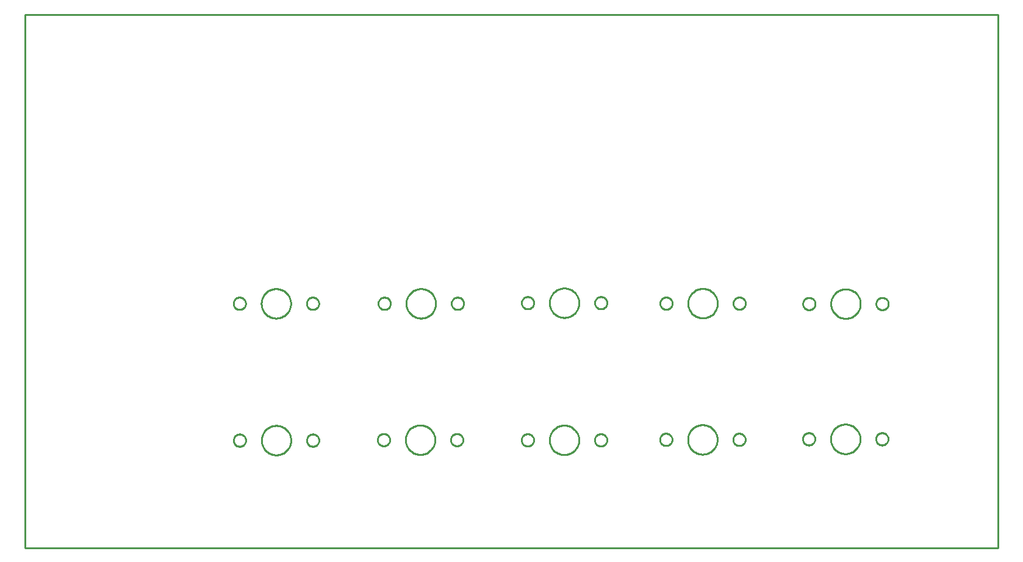
<source format=gbr>
G04 EAGLE Gerber RS-274X export*
G75*
%MOMM*%
%FSLAX34Y34*%
%LPD*%
%IN*%
%IPPOS*%
%AMOC8*
5,1,8,0,0,1.08239X$1,22.5*%
G01*
G04 Define Apertures*
%ADD10C,0.254000*%
D10*
X0Y0D02*
X1350000Y0D01*
X1350000Y740000D01*
X0Y740000D01*
X0Y0D01*
X368747Y148389D02*
X368672Y147156D01*
X368523Y145929D01*
X368301Y144714D01*
X368005Y143514D01*
X367637Y142334D01*
X367199Y141179D01*
X366692Y140052D01*
X366118Y138958D01*
X365479Y137900D01*
X364777Y136883D01*
X364015Y135911D01*
X363195Y134986D01*
X362321Y134112D01*
X361396Y133293D01*
X360424Y132530D01*
X359407Y131828D01*
X358349Y131189D01*
X357255Y130615D01*
X356128Y130108D01*
X354973Y129670D01*
X353793Y129302D01*
X352593Y129006D01*
X351378Y128784D01*
X350151Y128635D01*
X348918Y128560D01*
X347682Y128560D01*
X346449Y128635D01*
X345222Y128784D01*
X344007Y129006D01*
X342807Y129302D01*
X341627Y129670D01*
X340472Y130108D01*
X339345Y130615D01*
X338251Y131189D01*
X337193Y131828D01*
X336176Y132530D01*
X335204Y133293D01*
X334279Y134112D01*
X333405Y134986D01*
X332586Y135911D01*
X331823Y136883D01*
X331121Y137900D01*
X330482Y138958D01*
X329908Y140052D01*
X329401Y141179D01*
X328963Y142334D01*
X328595Y143514D01*
X328299Y144714D01*
X328077Y145929D01*
X327928Y147156D01*
X327853Y148389D01*
X327853Y149625D01*
X327928Y150858D01*
X328077Y152085D01*
X328299Y153300D01*
X328595Y154500D01*
X328963Y155680D01*
X329401Y156835D01*
X329908Y157962D01*
X330482Y159056D01*
X331121Y160114D01*
X331823Y161131D01*
X332586Y162103D01*
X333405Y163028D01*
X334279Y163902D01*
X335204Y164722D01*
X336176Y165484D01*
X337193Y166186D01*
X338251Y166825D01*
X339345Y167399D01*
X340472Y167906D01*
X341627Y168344D01*
X342807Y168712D01*
X344007Y169008D01*
X345222Y169230D01*
X346449Y169379D01*
X347682Y169454D01*
X348918Y169454D01*
X350151Y169379D01*
X351378Y169230D01*
X352593Y169008D01*
X353793Y168712D01*
X354973Y168344D01*
X356128Y167906D01*
X357255Y167399D01*
X358349Y166825D01*
X359407Y166186D01*
X360424Y165484D01*
X361396Y164722D01*
X362321Y163902D01*
X363195Y163028D01*
X364015Y162103D01*
X364777Y161131D01*
X365479Y160114D01*
X366118Y159056D01*
X366692Y157962D01*
X367199Y156835D01*
X367637Y155680D01*
X368005Y154500D01*
X368301Y153300D01*
X368523Y152085D01*
X368672Y150858D01*
X368747Y149625D01*
X368747Y148389D01*
X306034Y148634D02*
X305969Y147892D01*
X305840Y147158D01*
X305647Y146438D01*
X305392Y145738D01*
X305077Y145063D01*
X304705Y144417D01*
X304277Y143807D01*
X303798Y143236D01*
X303271Y142709D01*
X302700Y142230D01*
X302090Y141802D01*
X301445Y141430D01*
X300769Y141115D01*
X300069Y140860D01*
X299349Y140667D01*
X298615Y140538D01*
X297873Y140473D01*
X297127Y140473D01*
X296385Y140538D01*
X295651Y140667D01*
X294931Y140860D01*
X294231Y141115D01*
X293556Y141430D01*
X292910Y141802D01*
X292300Y142230D01*
X291729Y142709D01*
X291202Y143236D01*
X290723Y143807D01*
X290295Y144417D01*
X289923Y145063D01*
X289608Y145738D01*
X289353Y146438D01*
X289160Y147158D01*
X289031Y147892D01*
X288966Y148634D01*
X288966Y149380D01*
X289031Y150122D01*
X289160Y150856D01*
X289353Y151576D01*
X289608Y152276D01*
X289923Y152952D01*
X290295Y153597D01*
X290723Y154207D01*
X291202Y154778D01*
X291729Y155305D01*
X292300Y155784D01*
X292910Y156212D01*
X293556Y156584D01*
X294231Y156899D01*
X294931Y157154D01*
X295651Y157347D01*
X296385Y157476D01*
X297127Y157541D01*
X297873Y157541D01*
X298615Y157476D01*
X299349Y157347D01*
X300069Y157154D01*
X300769Y156899D01*
X301445Y156584D01*
X302090Y156212D01*
X302700Y155784D01*
X303271Y155305D01*
X303798Y154778D01*
X304277Y154207D01*
X304705Y153597D01*
X305077Y152952D01*
X305392Y152276D01*
X305647Y151576D01*
X305840Y150856D01*
X305969Y150122D01*
X306034Y149380D01*
X306034Y148634D01*
X407634Y148634D02*
X407569Y147892D01*
X407440Y147158D01*
X407247Y146438D01*
X406992Y145738D01*
X406677Y145063D01*
X406305Y144417D01*
X405877Y143807D01*
X405398Y143236D01*
X404871Y142709D01*
X404300Y142230D01*
X403690Y141802D01*
X403045Y141430D01*
X402369Y141115D01*
X401669Y140860D01*
X400949Y140667D01*
X400215Y140538D01*
X399473Y140473D01*
X398727Y140473D01*
X397985Y140538D01*
X397251Y140667D01*
X396531Y140860D01*
X395831Y141115D01*
X395156Y141430D01*
X394510Y141802D01*
X393900Y142230D01*
X393329Y142709D01*
X392802Y143236D01*
X392323Y143807D01*
X391895Y144417D01*
X391523Y145063D01*
X391208Y145738D01*
X390953Y146438D01*
X390760Y147158D01*
X390631Y147892D01*
X390566Y148634D01*
X390566Y149380D01*
X390631Y150122D01*
X390760Y150856D01*
X390953Y151576D01*
X391208Y152276D01*
X391523Y152952D01*
X391895Y153597D01*
X392323Y154207D01*
X392802Y154778D01*
X393329Y155305D01*
X393900Y155784D01*
X394510Y156212D01*
X395156Y156584D01*
X395831Y156899D01*
X396531Y157154D01*
X397251Y157347D01*
X397985Y157476D01*
X398727Y157541D01*
X399473Y157541D01*
X400215Y157476D01*
X400949Y157347D01*
X401669Y157154D01*
X402369Y156899D01*
X403045Y156584D01*
X403690Y156212D01*
X404300Y155784D01*
X404871Y155305D01*
X405398Y154778D01*
X405877Y154207D01*
X406305Y153597D01*
X406677Y152952D01*
X406992Y152276D01*
X407247Y151576D01*
X407440Y150856D01*
X407569Y150122D01*
X407634Y149380D01*
X407634Y148634D01*
X1159071Y337806D02*
X1158996Y336573D01*
X1158847Y335346D01*
X1158625Y334131D01*
X1158329Y332931D01*
X1157961Y331751D01*
X1157523Y330596D01*
X1157016Y329469D01*
X1156442Y328375D01*
X1155802Y327317D01*
X1155101Y326300D01*
X1154338Y325328D01*
X1153519Y324403D01*
X1152645Y323529D01*
X1151720Y322709D01*
X1150748Y321947D01*
X1149731Y321245D01*
X1148673Y320606D01*
X1147579Y320032D01*
X1146452Y319525D01*
X1145297Y319087D01*
X1144117Y318719D01*
X1142917Y318423D01*
X1141702Y318201D01*
X1140475Y318052D01*
X1139242Y317977D01*
X1138006Y317977D01*
X1136773Y318052D01*
X1135546Y318201D01*
X1134331Y318423D01*
X1133131Y318719D01*
X1131951Y319087D01*
X1130796Y319525D01*
X1129669Y320032D01*
X1128575Y320606D01*
X1127517Y321245D01*
X1126500Y321947D01*
X1125528Y322709D01*
X1124603Y323529D01*
X1123729Y324403D01*
X1122909Y325328D01*
X1122147Y326300D01*
X1121445Y327317D01*
X1120806Y328375D01*
X1120232Y329469D01*
X1119725Y330596D01*
X1119287Y331751D01*
X1118919Y332931D01*
X1118623Y334131D01*
X1118401Y335346D01*
X1118252Y336573D01*
X1118177Y337806D01*
X1118177Y339042D01*
X1118252Y340275D01*
X1118401Y341502D01*
X1118623Y342717D01*
X1118919Y343917D01*
X1119287Y345097D01*
X1119725Y346252D01*
X1120232Y347379D01*
X1120806Y348473D01*
X1121445Y349531D01*
X1122147Y350548D01*
X1122909Y351520D01*
X1123729Y352445D01*
X1124603Y353319D01*
X1125528Y354138D01*
X1126500Y354901D01*
X1127517Y355602D01*
X1128575Y356242D01*
X1129669Y356816D01*
X1130796Y357323D01*
X1131951Y357761D01*
X1133131Y358129D01*
X1134331Y358425D01*
X1135546Y358647D01*
X1136773Y358796D01*
X1138006Y358871D01*
X1139242Y358871D01*
X1140475Y358796D01*
X1141702Y358647D01*
X1142917Y358425D01*
X1144117Y358129D01*
X1145297Y357761D01*
X1146452Y357323D01*
X1147579Y356816D01*
X1148673Y356242D01*
X1149731Y355602D01*
X1150748Y354901D01*
X1151720Y354138D01*
X1152645Y353319D01*
X1153519Y352445D01*
X1154338Y351520D01*
X1155101Y350548D01*
X1155802Y349531D01*
X1156442Y348473D01*
X1157016Y347379D01*
X1157523Y346252D01*
X1157961Y345097D01*
X1158329Y343917D01*
X1158625Y342717D01*
X1158847Y341502D01*
X1158996Y340275D01*
X1159071Y339042D01*
X1159071Y337806D01*
X1096358Y338051D02*
X1096293Y337309D01*
X1096164Y336575D01*
X1095971Y335855D01*
X1095716Y335155D01*
X1095401Y334479D01*
X1095029Y333834D01*
X1094601Y333224D01*
X1094122Y332653D01*
X1093595Y332126D01*
X1093024Y331647D01*
X1092414Y331219D01*
X1091768Y330847D01*
X1091093Y330532D01*
X1090393Y330277D01*
X1089673Y330084D01*
X1088939Y329954D01*
X1088197Y329890D01*
X1087451Y329890D01*
X1086709Y329954D01*
X1085975Y330084D01*
X1085255Y330277D01*
X1084555Y330532D01*
X1083879Y330847D01*
X1083234Y331219D01*
X1082624Y331647D01*
X1082053Y332126D01*
X1081526Y332653D01*
X1081047Y333224D01*
X1080619Y333834D01*
X1080247Y334479D01*
X1079932Y335155D01*
X1079677Y335855D01*
X1079484Y336575D01*
X1079354Y337309D01*
X1079290Y338051D01*
X1079290Y338797D01*
X1079354Y339539D01*
X1079484Y340273D01*
X1079677Y340993D01*
X1079932Y341693D01*
X1080247Y342368D01*
X1080619Y343014D01*
X1081047Y343624D01*
X1081526Y344195D01*
X1082053Y344722D01*
X1082624Y345201D01*
X1083234Y345629D01*
X1083879Y346001D01*
X1084555Y346316D01*
X1085255Y346571D01*
X1085975Y346764D01*
X1086709Y346893D01*
X1087451Y346958D01*
X1088197Y346958D01*
X1088939Y346893D01*
X1089673Y346764D01*
X1090393Y346571D01*
X1091093Y346316D01*
X1091768Y346001D01*
X1092414Y345629D01*
X1093024Y345201D01*
X1093595Y344722D01*
X1094122Y344195D01*
X1094601Y343624D01*
X1095029Y343014D01*
X1095401Y342368D01*
X1095716Y341693D01*
X1095971Y340993D01*
X1096164Y340273D01*
X1096293Y339539D01*
X1096358Y338797D01*
X1096358Y338051D01*
X1197958Y338051D02*
X1197893Y337309D01*
X1197764Y336575D01*
X1197571Y335855D01*
X1197316Y335155D01*
X1197001Y334479D01*
X1196629Y333834D01*
X1196201Y333224D01*
X1195722Y332653D01*
X1195195Y332126D01*
X1194624Y331647D01*
X1194014Y331219D01*
X1193368Y330847D01*
X1192693Y330532D01*
X1191993Y330277D01*
X1191273Y330084D01*
X1190539Y329954D01*
X1189797Y329890D01*
X1189051Y329890D01*
X1188309Y329954D01*
X1187575Y330084D01*
X1186855Y330277D01*
X1186155Y330532D01*
X1185479Y330847D01*
X1184834Y331219D01*
X1184224Y331647D01*
X1183653Y332126D01*
X1183126Y332653D01*
X1182647Y333224D01*
X1182219Y333834D01*
X1181847Y334479D01*
X1181532Y335155D01*
X1181277Y335855D01*
X1181084Y336575D01*
X1180954Y337309D01*
X1180890Y338051D01*
X1180890Y338797D01*
X1180954Y339539D01*
X1181084Y340273D01*
X1181277Y340993D01*
X1181532Y341693D01*
X1181847Y342368D01*
X1182219Y343014D01*
X1182647Y343624D01*
X1183126Y344195D01*
X1183653Y344722D01*
X1184224Y345201D01*
X1184834Y345629D01*
X1185479Y346001D01*
X1186155Y346316D01*
X1186855Y346571D01*
X1187575Y346764D01*
X1188309Y346893D01*
X1189051Y346958D01*
X1189797Y346958D01*
X1190539Y346893D01*
X1191273Y346764D01*
X1191993Y346571D01*
X1192693Y346316D01*
X1193368Y346001D01*
X1194014Y345629D01*
X1194624Y345201D01*
X1195195Y344722D01*
X1195722Y344195D01*
X1196201Y343624D01*
X1196629Y343014D01*
X1197001Y342368D01*
X1197316Y341693D01*
X1197571Y340993D01*
X1197764Y340273D01*
X1197893Y339539D01*
X1197958Y338797D01*
X1197958Y338051D01*
X568647Y148982D02*
X568572Y147749D01*
X568423Y146522D01*
X568201Y145307D01*
X567905Y144107D01*
X567537Y142927D01*
X567099Y141772D01*
X566592Y140645D01*
X566018Y139551D01*
X565379Y138493D01*
X564677Y137476D01*
X563915Y136504D01*
X563095Y135579D01*
X562221Y134705D01*
X561296Y133886D01*
X560324Y133123D01*
X559307Y132421D01*
X558249Y131782D01*
X557155Y131208D01*
X556028Y130701D01*
X554873Y130263D01*
X553693Y129895D01*
X552493Y129599D01*
X551278Y129377D01*
X550051Y129228D01*
X548818Y129153D01*
X547582Y129153D01*
X546349Y129228D01*
X545122Y129377D01*
X543907Y129599D01*
X542707Y129895D01*
X541527Y130263D01*
X540372Y130701D01*
X539245Y131208D01*
X538151Y131782D01*
X537093Y132421D01*
X536076Y133123D01*
X535104Y133886D01*
X534179Y134705D01*
X533305Y135579D01*
X532486Y136504D01*
X531723Y137476D01*
X531021Y138493D01*
X530382Y139551D01*
X529808Y140645D01*
X529301Y141772D01*
X528863Y142927D01*
X528495Y144107D01*
X528199Y145307D01*
X527977Y146522D01*
X527828Y147749D01*
X527753Y148982D01*
X527753Y150218D01*
X527828Y151451D01*
X527977Y152678D01*
X528199Y153893D01*
X528495Y155093D01*
X528863Y156273D01*
X529301Y157428D01*
X529808Y158555D01*
X530382Y159649D01*
X531021Y160707D01*
X531723Y161724D01*
X532486Y162696D01*
X533305Y163621D01*
X534179Y164495D01*
X535104Y165315D01*
X536076Y166077D01*
X537093Y166779D01*
X538151Y167418D01*
X539245Y167992D01*
X540372Y168499D01*
X541527Y168937D01*
X542707Y169305D01*
X543907Y169601D01*
X545122Y169823D01*
X546349Y169972D01*
X547582Y170047D01*
X548818Y170047D01*
X550051Y169972D01*
X551278Y169823D01*
X552493Y169601D01*
X553693Y169305D01*
X554873Y168937D01*
X556028Y168499D01*
X557155Y167992D01*
X558249Y167418D01*
X559307Y166779D01*
X560324Y166077D01*
X561296Y165315D01*
X562221Y164495D01*
X563095Y163621D01*
X563915Y162696D01*
X564677Y161724D01*
X565379Y160707D01*
X566018Y159649D01*
X566592Y158555D01*
X567099Y157428D01*
X567537Y156273D01*
X567905Y155093D01*
X568201Y153893D01*
X568423Y152678D01*
X568572Y151451D01*
X568647Y150218D01*
X568647Y148982D01*
X505934Y149227D02*
X505869Y148485D01*
X505740Y147751D01*
X505547Y147031D01*
X505292Y146331D01*
X504977Y145656D01*
X504605Y145010D01*
X504177Y144400D01*
X503698Y143829D01*
X503171Y143302D01*
X502600Y142823D01*
X501990Y142395D01*
X501345Y142023D01*
X500669Y141708D01*
X499969Y141453D01*
X499249Y141260D01*
X498515Y141131D01*
X497773Y141066D01*
X497027Y141066D01*
X496285Y141131D01*
X495551Y141260D01*
X494831Y141453D01*
X494131Y141708D01*
X493456Y142023D01*
X492810Y142395D01*
X492200Y142823D01*
X491629Y143302D01*
X491102Y143829D01*
X490623Y144400D01*
X490195Y145010D01*
X489823Y145656D01*
X489508Y146331D01*
X489253Y147031D01*
X489060Y147751D01*
X488931Y148485D01*
X488866Y149227D01*
X488866Y149973D01*
X488931Y150715D01*
X489060Y151449D01*
X489253Y152169D01*
X489508Y152869D01*
X489823Y153545D01*
X490195Y154190D01*
X490623Y154800D01*
X491102Y155371D01*
X491629Y155898D01*
X492200Y156377D01*
X492810Y156805D01*
X493456Y157177D01*
X494131Y157492D01*
X494831Y157747D01*
X495551Y157940D01*
X496285Y158069D01*
X497027Y158134D01*
X497773Y158134D01*
X498515Y158069D01*
X499249Y157940D01*
X499969Y157747D01*
X500669Y157492D01*
X501345Y157177D01*
X501990Y156805D01*
X502600Y156377D01*
X503171Y155898D01*
X503698Y155371D01*
X504177Y154800D01*
X504605Y154190D01*
X504977Y153545D01*
X505292Y152869D01*
X505547Y152169D01*
X505740Y151449D01*
X505869Y150715D01*
X505934Y149973D01*
X505934Y149227D01*
X607534Y149227D02*
X607469Y148485D01*
X607340Y147751D01*
X607147Y147031D01*
X606892Y146331D01*
X606577Y145656D01*
X606205Y145010D01*
X605777Y144400D01*
X605298Y143829D01*
X604771Y143302D01*
X604200Y142823D01*
X603590Y142395D01*
X602945Y142023D01*
X602269Y141708D01*
X601569Y141453D01*
X600849Y141260D01*
X600115Y141131D01*
X599373Y141066D01*
X598627Y141066D01*
X597885Y141131D01*
X597151Y141260D01*
X596431Y141453D01*
X595731Y141708D01*
X595056Y142023D01*
X594410Y142395D01*
X593800Y142823D01*
X593229Y143302D01*
X592702Y143829D01*
X592223Y144400D01*
X591795Y145010D01*
X591423Y145656D01*
X591108Y146331D01*
X590853Y147031D01*
X590660Y147751D01*
X590531Y148485D01*
X590466Y149227D01*
X590466Y149973D01*
X590531Y150715D01*
X590660Y151449D01*
X590853Y152169D01*
X591108Y152869D01*
X591423Y153545D01*
X591795Y154190D01*
X592223Y154800D01*
X592702Y155371D01*
X593229Y155898D01*
X593800Y156377D01*
X594410Y156805D01*
X595056Y157177D01*
X595731Y157492D01*
X596431Y157747D01*
X597151Y157940D01*
X597885Y158069D01*
X598627Y158134D01*
X599373Y158134D01*
X600115Y158069D01*
X600849Y157940D01*
X601569Y157747D01*
X602269Y157492D01*
X602945Y157177D01*
X603590Y156805D01*
X604200Y156377D01*
X604771Y155898D01*
X605298Y155371D01*
X605777Y154800D01*
X606205Y154190D01*
X606577Y153545D01*
X606892Y152869D01*
X607147Y152169D01*
X607340Y151449D01*
X607469Y150715D01*
X607534Y149973D01*
X607534Y149227D01*
X768447Y148764D02*
X768372Y147531D01*
X768223Y146304D01*
X768001Y145089D01*
X767705Y143889D01*
X767337Y142709D01*
X766899Y141554D01*
X766392Y140427D01*
X765818Y139333D01*
X765179Y138275D01*
X764477Y137258D01*
X763715Y136286D01*
X762895Y135361D01*
X762021Y134487D01*
X761096Y133668D01*
X760124Y132905D01*
X759107Y132203D01*
X758049Y131564D01*
X756955Y130990D01*
X755828Y130483D01*
X754673Y130045D01*
X753493Y129677D01*
X752293Y129381D01*
X751078Y129159D01*
X749851Y129010D01*
X748618Y128935D01*
X747382Y128935D01*
X746149Y129010D01*
X744922Y129159D01*
X743707Y129381D01*
X742507Y129677D01*
X741327Y130045D01*
X740172Y130483D01*
X739045Y130990D01*
X737951Y131564D01*
X736893Y132203D01*
X735876Y132905D01*
X734904Y133668D01*
X733979Y134487D01*
X733105Y135361D01*
X732286Y136286D01*
X731523Y137258D01*
X730821Y138275D01*
X730182Y139333D01*
X729608Y140427D01*
X729101Y141554D01*
X728663Y142709D01*
X728295Y143889D01*
X727999Y145089D01*
X727777Y146304D01*
X727628Y147531D01*
X727553Y148764D01*
X727553Y150000D01*
X727628Y151233D01*
X727777Y152460D01*
X727999Y153675D01*
X728295Y154875D01*
X728663Y156055D01*
X729101Y157210D01*
X729608Y158337D01*
X730182Y159431D01*
X730821Y160489D01*
X731523Y161506D01*
X732286Y162478D01*
X733105Y163403D01*
X733979Y164277D01*
X734904Y165097D01*
X735876Y165859D01*
X736893Y166561D01*
X737951Y167200D01*
X739045Y167774D01*
X740172Y168281D01*
X741327Y168719D01*
X742507Y169087D01*
X743707Y169383D01*
X744922Y169605D01*
X746149Y169754D01*
X747382Y169829D01*
X748618Y169829D01*
X749851Y169754D01*
X751078Y169605D01*
X752293Y169383D01*
X753493Y169087D01*
X754673Y168719D01*
X755828Y168281D01*
X756955Y167774D01*
X758049Y167200D01*
X759107Y166561D01*
X760124Y165859D01*
X761096Y165097D01*
X762021Y164277D01*
X762895Y163403D01*
X763715Y162478D01*
X764477Y161506D01*
X765179Y160489D01*
X765818Y159431D01*
X766392Y158337D01*
X766899Y157210D01*
X767337Y156055D01*
X767705Y154875D01*
X768001Y153675D01*
X768223Y152460D01*
X768372Y151233D01*
X768447Y150000D01*
X768447Y148764D01*
X705734Y149009D02*
X705669Y148267D01*
X705540Y147533D01*
X705347Y146813D01*
X705092Y146113D01*
X704777Y145438D01*
X704405Y144792D01*
X703977Y144182D01*
X703498Y143611D01*
X702971Y143084D01*
X702400Y142605D01*
X701790Y142177D01*
X701145Y141805D01*
X700469Y141490D01*
X699769Y141235D01*
X699049Y141042D01*
X698315Y140913D01*
X697573Y140848D01*
X696827Y140848D01*
X696085Y140913D01*
X695351Y141042D01*
X694631Y141235D01*
X693931Y141490D01*
X693256Y141805D01*
X692610Y142177D01*
X692000Y142605D01*
X691429Y143084D01*
X690902Y143611D01*
X690423Y144182D01*
X689995Y144792D01*
X689623Y145438D01*
X689308Y146113D01*
X689053Y146813D01*
X688860Y147533D01*
X688731Y148267D01*
X688666Y149009D01*
X688666Y149755D01*
X688731Y150497D01*
X688860Y151231D01*
X689053Y151951D01*
X689308Y152651D01*
X689623Y153327D01*
X689995Y153972D01*
X690423Y154582D01*
X690902Y155153D01*
X691429Y155680D01*
X692000Y156159D01*
X692610Y156587D01*
X693256Y156959D01*
X693931Y157274D01*
X694631Y157529D01*
X695351Y157722D01*
X696085Y157851D01*
X696827Y157916D01*
X697573Y157916D01*
X698315Y157851D01*
X699049Y157722D01*
X699769Y157529D01*
X700469Y157274D01*
X701145Y156959D01*
X701790Y156587D01*
X702400Y156159D01*
X702971Y155680D01*
X703498Y155153D01*
X703977Y154582D01*
X704405Y153972D01*
X704777Y153327D01*
X705092Y152651D01*
X705347Y151951D01*
X705540Y151231D01*
X705669Y150497D01*
X705734Y149755D01*
X705734Y149009D01*
X807334Y149009D02*
X807269Y148267D01*
X807140Y147533D01*
X806947Y146813D01*
X806692Y146113D01*
X806377Y145438D01*
X806005Y144792D01*
X805577Y144182D01*
X805098Y143611D01*
X804571Y143084D01*
X804000Y142605D01*
X803390Y142177D01*
X802745Y141805D01*
X802069Y141490D01*
X801369Y141235D01*
X800649Y141042D01*
X799915Y140913D01*
X799173Y140848D01*
X798427Y140848D01*
X797685Y140913D01*
X796951Y141042D01*
X796231Y141235D01*
X795531Y141490D01*
X794856Y141805D01*
X794210Y142177D01*
X793600Y142605D01*
X793029Y143084D01*
X792502Y143611D01*
X792023Y144182D01*
X791595Y144792D01*
X791223Y145438D01*
X790908Y146113D01*
X790653Y146813D01*
X790460Y147533D01*
X790331Y148267D01*
X790266Y149009D01*
X790266Y149755D01*
X790331Y150497D01*
X790460Y151231D01*
X790653Y151951D01*
X790908Y152651D01*
X791223Y153327D01*
X791595Y153972D01*
X792023Y154582D01*
X792502Y155153D01*
X793029Y155680D01*
X793600Y156159D01*
X794210Y156587D01*
X794856Y156959D01*
X795531Y157274D01*
X796231Y157529D01*
X796951Y157722D01*
X797685Y157851D01*
X798427Y157916D01*
X799173Y157916D01*
X799915Y157851D01*
X800649Y157722D01*
X801369Y157529D01*
X802069Y157274D01*
X802745Y156959D01*
X803390Y156587D01*
X804000Y156159D01*
X804571Y155680D01*
X805098Y155153D01*
X805577Y154582D01*
X806005Y153972D01*
X806377Y153327D01*
X806692Y152651D01*
X806947Y151951D01*
X807140Y151231D01*
X807269Y150497D01*
X807334Y149755D01*
X807334Y149009D01*
X960447Y149382D02*
X960372Y148149D01*
X960223Y146922D01*
X960001Y145707D01*
X959705Y144507D01*
X959337Y143327D01*
X958899Y142172D01*
X958392Y141045D01*
X957818Y139951D01*
X957179Y138893D01*
X956477Y137876D01*
X955715Y136904D01*
X954895Y135979D01*
X954021Y135105D01*
X953096Y134286D01*
X952124Y133523D01*
X951107Y132821D01*
X950049Y132182D01*
X948955Y131608D01*
X947828Y131101D01*
X946673Y130663D01*
X945493Y130295D01*
X944293Y129999D01*
X943078Y129777D01*
X941851Y129628D01*
X940618Y129553D01*
X939382Y129553D01*
X938149Y129628D01*
X936922Y129777D01*
X935707Y129999D01*
X934507Y130295D01*
X933327Y130663D01*
X932172Y131101D01*
X931045Y131608D01*
X929951Y132182D01*
X928893Y132821D01*
X927876Y133523D01*
X926904Y134286D01*
X925979Y135105D01*
X925105Y135979D01*
X924286Y136904D01*
X923523Y137876D01*
X922821Y138893D01*
X922182Y139951D01*
X921608Y141045D01*
X921101Y142172D01*
X920663Y143327D01*
X920295Y144507D01*
X919999Y145707D01*
X919777Y146922D01*
X919628Y148149D01*
X919553Y149382D01*
X919553Y150618D01*
X919628Y151851D01*
X919777Y153078D01*
X919999Y154293D01*
X920295Y155493D01*
X920663Y156673D01*
X921101Y157828D01*
X921608Y158955D01*
X922182Y160049D01*
X922821Y161107D01*
X923523Y162124D01*
X924286Y163096D01*
X925105Y164021D01*
X925979Y164895D01*
X926904Y165715D01*
X927876Y166477D01*
X928893Y167179D01*
X929951Y167818D01*
X931045Y168392D01*
X932172Y168899D01*
X933327Y169337D01*
X934507Y169705D01*
X935707Y170001D01*
X936922Y170223D01*
X938149Y170372D01*
X939382Y170447D01*
X940618Y170447D01*
X941851Y170372D01*
X943078Y170223D01*
X944293Y170001D01*
X945493Y169705D01*
X946673Y169337D01*
X947828Y168899D01*
X948955Y168392D01*
X950049Y167818D01*
X951107Y167179D01*
X952124Y166477D01*
X953096Y165715D01*
X954021Y164895D01*
X954895Y164021D01*
X955715Y163096D01*
X956477Y162124D01*
X957179Y161107D01*
X957818Y160049D01*
X958392Y158955D01*
X958899Y157828D01*
X959337Y156673D01*
X959705Y155493D01*
X960001Y154293D01*
X960223Y153078D01*
X960372Y151851D01*
X960447Y150618D01*
X960447Y149382D01*
X897734Y149627D02*
X897669Y148885D01*
X897540Y148151D01*
X897347Y147431D01*
X897092Y146731D01*
X896777Y146056D01*
X896405Y145410D01*
X895977Y144800D01*
X895498Y144229D01*
X894971Y143702D01*
X894400Y143223D01*
X893790Y142795D01*
X893145Y142423D01*
X892469Y142108D01*
X891769Y141853D01*
X891049Y141660D01*
X890315Y141531D01*
X889573Y141466D01*
X888827Y141466D01*
X888085Y141531D01*
X887351Y141660D01*
X886631Y141853D01*
X885931Y142108D01*
X885256Y142423D01*
X884610Y142795D01*
X884000Y143223D01*
X883429Y143702D01*
X882902Y144229D01*
X882423Y144800D01*
X881995Y145410D01*
X881623Y146056D01*
X881308Y146731D01*
X881053Y147431D01*
X880860Y148151D01*
X880731Y148885D01*
X880666Y149627D01*
X880666Y150373D01*
X880731Y151115D01*
X880860Y151849D01*
X881053Y152569D01*
X881308Y153269D01*
X881623Y153945D01*
X881995Y154590D01*
X882423Y155200D01*
X882902Y155771D01*
X883429Y156298D01*
X884000Y156777D01*
X884610Y157205D01*
X885256Y157577D01*
X885931Y157892D01*
X886631Y158147D01*
X887351Y158340D01*
X888085Y158469D01*
X888827Y158534D01*
X889573Y158534D01*
X890315Y158469D01*
X891049Y158340D01*
X891769Y158147D01*
X892469Y157892D01*
X893145Y157577D01*
X893790Y157205D01*
X894400Y156777D01*
X894971Y156298D01*
X895498Y155771D01*
X895977Y155200D01*
X896405Y154590D01*
X896777Y153945D01*
X897092Y153269D01*
X897347Y152569D01*
X897540Y151849D01*
X897669Y151115D01*
X897734Y150373D01*
X897734Y149627D01*
X999334Y149627D02*
X999269Y148885D01*
X999140Y148151D01*
X998947Y147431D01*
X998692Y146731D01*
X998377Y146056D01*
X998005Y145410D01*
X997577Y144800D01*
X997098Y144229D01*
X996571Y143702D01*
X996000Y143223D01*
X995390Y142795D01*
X994745Y142423D01*
X994069Y142108D01*
X993369Y141853D01*
X992649Y141660D01*
X991915Y141531D01*
X991173Y141466D01*
X990427Y141466D01*
X989685Y141531D01*
X988951Y141660D01*
X988231Y141853D01*
X987531Y142108D01*
X986856Y142423D01*
X986210Y142795D01*
X985600Y143223D01*
X985029Y143702D01*
X984502Y144229D01*
X984023Y144800D01*
X983595Y145410D01*
X983223Y146056D01*
X982908Y146731D01*
X982653Y147431D01*
X982460Y148151D01*
X982331Y148885D01*
X982266Y149627D01*
X982266Y150373D01*
X982331Y151115D01*
X982460Y151849D01*
X982653Y152569D01*
X982908Y153269D01*
X983223Y153945D01*
X983595Y154590D01*
X984023Y155200D01*
X984502Y155771D01*
X985029Y156298D01*
X985600Y156777D01*
X986210Y157205D01*
X986856Y157577D01*
X987531Y157892D01*
X988231Y158147D01*
X988951Y158340D01*
X989685Y158469D01*
X990427Y158534D01*
X991173Y158534D01*
X991915Y158469D01*
X992649Y158340D01*
X993369Y158147D01*
X994069Y157892D01*
X994745Y157577D01*
X995390Y157205D01*
X996000Y156777D01*
X996571Y156298D01*
X997098Y155771D01*
X997577Y155200D01*
X998005Y154590D01*
X998377Y153945D01*
X998692Y153269D01*
X998947Y152569D01*
X999140Y151849D01*
X999269Y151115D01*
X999334Y150373D01*
X999334Y149627D01*
X1158747Y150182D02*
X1158672Y148949D01*
X1158523Y147722D01*
X1158301Y146507D01*
X1158005Y145307D01*
X1157637Y144127D01*
X1157199Y142972D01*
X1156692Y141845D01*
X1156118Y140751D01*
X1155479Y139693D01*
X1154777Y138676D01*
X1154015Y137704D01*
X1153195Y136779D01*
X1152321Y135905D01*
X1151396Y135086D01*
X1150424Y134323D01*
X1149407Y133621D01*
X1148349Y132982D01*
X1147255Y132408D01*
X1146128Y131901D01*
X1144973Y131463D01*
X1143793Y131095D01*
X1142593Y130799D01*
X1141378Y130577D01*
X1140151Y130428D01*
X1138918Y130353D01*
X1137682Y130353D01*
X1136449Y130428D01*
X1135222Y130577D01*
X1134007Y130799D01*
X1132807Y131095D01*
X1131627Y131463D01*
X1130472Y131901D01*
X1129345Y132408D01*
X1128251Y132982D01*
X1127193Y133621D01*
X1126176Y134323D01*
X1125204Y135086D01*
X1124279Y135905D01*
X1123405Y136779D01*
X1122586Y137704D01*
X1121823Y138676D01*
X1121121Y139693D01*
X1120482Y140751D01*
X1119908Y141845D01*
X1119401Y142972D01*
X1118963Y144127D01*
X1118595Y145307D01*
X1118299Y146507D01*
X1118077Y147722D01*
X1117928Y148949D01*
X1117853Y150182D01*
X1117853Y151418D01*
X1117928Y152651D01*
X1118077Y153878D01*
X1118299Y155093D01*
X1118595Y156293D01*
X1118963Y157473D01*
X1119401Y158628D01*
X1119908Y159755D01*
X1120482Y160849D01*
X1121121Y161907D01*
X1121823Y162924D01*
X1122586Y163896D01*
X1123405Y164821D01*
X1124279Y165695D01*
X1125204Y166515D01*
X1126176Y167277D01*
X1127193Y167979D01*
X1128251Y168618D01*
X1129345Y169192D01*
X1130472Y169699D01*
X1131627Y170137D01*
X1132807Y170505D01*
X1134007Y170801D01*
X1135222Y171023D01*
X1136449Y171172D01*
X1137682Y171247D01*
X1138918Y171247D01*
X1140151Y171172D01*
X1141378Y171023D01*
X1142593Y170801D01*
X1143793Y170505D01*
X1144973Y170137D01*
X1146128Y169699D01*
X1147255Y169192D01*
X1148349Y168618D01*
X1149407Y167979D01*
X1150424Y167277D01*
X1151396Y166515D01*
X1152321Y165695D01*
X1153195Y164821D01*
X1154015Y163896D01*
X1154777Y162924D01*
X1155479Y161907D01*
X1156118Y160849D01*
X1156692Y159755D01*
X1157199Y158628D01*
X1157637Y157473D01*
X1158005Y156293D01*
X1158301Y155093D01*
X1158523Y153878D01*
X1158672Y152651D01*
X1158747Y151418D01*
X1158747Y150182D01*
X1096034Y150427D02*
X1095969Y149685D01*
X1095840Y148951D01*
X1095647Y148231D01*
X1095392Y147531D01*
X1095077Y146856D01*
X1094705Y146210D01*
X1094277Y145600D01*
X1093798Y145029D01*
X1093271Y144502D01*
X1092700Y144023D01*
X1092090Y143595D01*
X1091445Y143223D01*
X1090769Y142908D01*
X1090069Y142653D01*
X1089349Y142460D01*
X1088615Y142331D01*
X1087873Y142266D01*
X1087127Y142266D01*
X1086385Y142331D01*
X1085651Y142460D01*
X1084931Y142653D01*
X1084231Y142908D01*
X1083556Y143223D01*
X1082910Y143595D01*
X1082300Y144023D01*
X1081729Y144502D01*
X1081202Y145029D01*
X1080723Y145600D01*
X1080295Y146210D01*
X1079923Y146856D01*
X1079608Y147531D01*
X1079353Y148231D01*
X1079160Y148951D01*
X1079031Y149685D01*
X1078966Y150427D01*
X1078966Y151173D01*
X1079031Y151915D01*
X1079160Y152649D01*
X1079353Y153369D01*
X1079608Y154069D01*
X1079923Y154745D01*
X1080295Y155390D01*
X1080723Y156000D01*
X1081202Y156571D01*
X1081729Y157098D01*
X1082300Y157577D01*
X1082910Y158005D01*
X1083556Y158377D01*
X1084231Y158692D01*
X1084931Y158947D01*
X1085651Y159140D01*
X1086385Y159269D01*
X1087127Y159334D01*
X1087873Y159334D01*
X1088615Y159269D01*
X1089349Y159140D01*
X1090069Y158947D01*
X1090769Y158692D01*
X1091445Y158377D01*
X1092090Y158005D01*
X1092700Y157577D01*
X1093271Y157098D01*
X1093798Y156571D01*
X1094277Y156000D01*
X1094705Y155390D01*
X1095077Y154745D01*
X1095392Y154069D01*
X1095647Y153369D01*
X1095840Y152649D01*
X1095969Y151915D01*
X1096034Y151173D01*
X1096034Y150427D01*
X1197634Y150427D02*
X1197569Y149685D01*
X1197440Y148951D01*
X1197247Y148231D01*
X1196992Y147531D01*
X1196677Y146856D01*
X1196305Y146210D01*
X1195877Y145600D01*
X1195398Y145029D01*
X1194871Y144502D01*
X1194300Y144023D01*
X1193690Y143595D01*
X1193045Y143223D01*
X1192369Y142908D01*
X1191669Y142653D01*
X1190949Y142460D01*
X1190215Y142331D01*
X1189473Y142266D01*
X1188727Y142266D01*
X1187985Y142331D01*
X1187251Y142460D01*
X1186531Y142653D01*
X1185831Y142908D01*
X1185156Y143223D01*
X1184510Y143595D01*
X1183900Y144023D01*
X1183329Y144502D01*
X1182802Y145029D01*
X1182323Y145600D01*
X1181895Y146210D01*
X1181523Y146856D01*
X1181208Y147531D01*
X1180953Y148231D01*
X1180760Y148951D01*
X1180631Y149685D01*
X1180566Y150427D01*
X1180566Y151173D01*
X1180631Y151915D01*
X1180760Y152649D01*
X1180953Y153369D01*
X1181208Y154069D01*
X1181523Y154745D01*
X1181895Y155390D01*
X1182323Y156000D01*
X1182802Y156571D01*
X1183329Y157098D01*
X1183900Y157577D01*
X1184510Y158005D01*
X1185156Y158377D01*
X1185831Y158692D01*
X1186531Y158947D01*
X1187251Y159140D01*
X1187985Y159269D01*
X1188727Y159334D01*
X1189473Y159334D01*
X1190215Y159269D01*
X1190949Y159140D01*
X1191669Y158947D01*
X1192369Y158692D01*
X1193045Y158377D01*
X1193690Y158005D01*
X1194300Y157577D01*
X1194871Y157098D01*
X1195398Y156571D01*
X1195877Y156000D01*
X1196305Y155390D01*
X1196677Y154745D01*
X1196992Y154069D01*
X1197247Y153369D01*
X1197440Y152649D01*
X1197569Y151915D01*
X1197634Y151173D01*
X1197634Y150427D01*
X569647Y338182D02*
X569572Y336949D01*
X569423Y335722D01*
X569201Y334507D01*
X568905Y333307D01*
X568537Y332127D01*
X568099Y330972D01*
X567592Y329845D01*
X567018Y328751D01*
X566379Y327693D01*
X565677Y326676D01*
X564915Y325704D01*
X564095Y324779D01*
X563221Y323905D01*
X562296Y323086D01*
X561324Y322323D01*
X560307Y321621D01*
X559249Y320982D01*
X558155Y320408D01*
X557028Y319901D01*
X555873Y319463D01*
X554693Y319095D01*
X553493Y318799D01*
X552278Y318577D01*
X551051Y318428D01*
X549818Y318353D01*
X548582Y318353D01*
X547349Y318428D01*
X546122Y318577D01*
X544907Y318799D01*
X543707Y319095D01*
X542527Y319463D01*
X541372Y319901D01*
X540245Y320408D01*
X539151Y320982D01*
X538093Y321621D01*
X537076Y322323D01*
X536104Y323086D01*
X535179Y323905D01*
X534305Y324779D01*
X533486Y325704D01*
X532723Y326676D01*
X532021Y327693D01*
X531382Y328751D01*
X530808Y329845D01*
X530301Y330972D01*
X529863Y332127D01*
X529495Y333307D01*
X529199Y334507D01*
X528977Y335722D01*
X528828Y336949D01*
X528753Y338182D01*
X528753Y339418D01*
X528828Y340651D01*
X528977Y341878D01*
X529199Y343093D01*
X529495Y344293D01*
X529863Y345473D01*
X530301Y346628D01*
X530808Y347755D01*
X531382Y348849D01*
X532021Y349907D01*
X532723Y350924D01*
X533486Y351896D01*
X534305Y352821D01*
X535179Y353695D01*
X536104Y354515D01*
X537076Y355277D01*
X538093Y355979D01*
X539151Y356618D01*
X540245Y357192D01*
X541372Y357699D01*
X542527Y358137D01*
X543707Y358505D01*
X544907Y358801D01*
X546122Y359023D01*
X547349Y359172D01*
X548582Y359247D01*
X549818Y359247D01*
X551051Y359172D01*
X552278Y359023D01*
X553493Y358801D01*
X554693Y358505D01*
X555873Y358137D01*
X557028Y357699D01*
X558155Y357192D01*
X559249Y356618D01*
X560307Y355979D01*
X561324Y355277D01*
X562296Y354515D01*
X563221Y353695D01*
X564095Y352821D01*
X564915Y351896D01*
X565677Y350924D01*
X566379Y349907D01*
X567018Y348849D01*
X567592Y347755D01*
X568099Y346628D01*
X568537Y345473D01*
X568905Y344293D01*
X569201Y343093D01*
X569423Y341878D01*
X569572Y340651D01*
X569647Y339418D01*
X569647Y338182D01*
X506934Y338427D02*
X506869Y337685D01*
X506740Y336951D01*
X506547Y336231D01*
X506292Y335531D01*
X505977Y334856D01*
X505605Y334210D01*
X505177Y333600D01*
X504698Y333029D01*
X504171Y332502D01*
X503600Y332023D01*
X502990Y331595D01*
X502345Y331223D01*
X501669Y330908D01*
X500969Y330653D01*
X500249Y330460D01*
X499515Y330331D01*
X498773Y330266D01*
X498027Y330266D01*
X497285Y330331D01*
X496551Y330460D01*
X495831Y330653D01*
X495131Y330908D01*
X494456Y331223D01*
X493810Y331595D01*
X493200Y332023D01*
X492629Y332502D01*
X492102Y333029D01*
X491623Y333600D01*
X491195Y334210D01*
X490823Y334856D01*
X490508Y335531D01*
X490253Y336231D01*
X490060Y336951D01*
X489931Y337685D01*
X489866Y338427D01*
X489866Y339173D01*
X489931Y339915D01*
X490060Y340649D01*
X490253Y341369D01*
X490508Y342069D01*
X490823Y342745D01*
X491195Y343390D01*
X491623Y344000D01*
X492102Y344571D01*
X492629Y345098D01*
X493200Y345577D01*
X493810Y346005D01*
X494456Y346377D01*
X495131Y346692D01*
X495831Y346947D01*
X496551Y347140D01*
X497285Y347269D01*
X498027Y347334D01*
X498773Y347334D01*
X499515Y347269D01*
X500249Y347140D01*
X500969Y346947D01*
X501669Y346692D01*
X502345Y346377D01*
X502990Y346005D01*
X503600Y345577D01*
X504171Y345098D01*
X504698Y344571D01*
X505177Y344000D01*
X505605Y343390D01*
X505977Y342745D01*
X506292Y342069D01*
X506547Y341369D01*
X506740Y340649D01*
X506869Y339915D01*
X506934Y339173D01*
X506934Y338427D01*
X608534Y338427D02*
X608469Y337685D01*
X608340Y336951D01*
X608147Y336231D01*
X607892Y335531D01*
X607577Y334856D01*
X607205Y334210D01*
X606777Y333600D01*
X606298Y333029D01*
X605771Y332502D01*
X605200Y332023D01*
X604590Y331595D01*
X603945Y331223D01*
X603269Y330908D01*
X602569Y330653D01*
X601849Y330460D01*
X601115Y330331D01*
X600373Y330266D01*
X599627Y330266D01*
X598885Y330331D01*
X598151Y330460D01*
X597431Y330653D01*
X596731Y330908D01*
X596056Y331223D01*
X595410Y331595D01*
X594800Y332023D01*
X594229Y332502D01*
X593702Y333029D01*
X593223Y333600D01*
X592795Y334210D01*
X592423Y334856D01*
X592108Y335531D01*
X591853Y336231D01*
X591660Y336951D01*
X591531Y337685D01*
X591466Y338427D01*
X591466Y339173D01*
X591531Y339915D01*
X591660Y340649D01*
X591853Y341369D01*
X592108Y342069D01*
X592423Y342745D01*
X592795Y343390D01*
X593223Y344000D01*
X593702Y344571D01*
X594229Y345098D01*
X594800Y345577D01*
X595410Y346005D01*
X596056Y346377D01*
X596731Y346692D01*
X597431Y346947D01*
X598151Y347140D01*
X598885Y347269D01*
X599627Y347334D01*
X600373Y347334D01*
X601115Y347269D01*
X601849Y347140D01*
X602569Y346947D01*
X603269Y346692D01*
X603945Y346377D01*
X604590Y346005D01*
X605200Y345577D01*
X605771Y345098D01*
X606298Y344571D01*
X606777Y344000D01*
X607205Y343390D01*
X607577Y342745D01*
X607892Y342069D01*
X608147Y341369D01*
X608340Y340649D01*
X608469Y339915D01*
X608534Y339173D01*
X608534Y338427D01*
X368547Y338182D02*
X368472Y336949D01*
X368323Y335722D01*
X368101Y334507D01*
X367805Y333307D01*
X367437Y332127D01*
X366999Y330972D01*
X366492Y329845D01*
X365918Y328751D01*
X365279Y327693D01*
X364577Y326676D01*
X363815Y325704D01*
X362995Y324779D01*
X362121Y323905D01*
X361196Y323086D01*
X360224Y322323D01*
X359207Y321621D01*
X358149Y320982D01*
X357055Y320408D01*
X355928Y319901D01*
X354773Y319463D01*
X353593Y319095D01*
X352393Y318799D01*
X351178Y318577D01*
X349951Y318428D01*
X348718Y318353D01*
X347482Y318353D01*
X346249Y318428D01*
X345022Y318577D01*
X343807Y318799D01*
X342607Y319095D01*
X341427Y319463D01*
X340272Y319901D01*
X339145Y320408D01*
X338051Y320982D01*
X336993Y321621D01*
X335976Y322323D01*
X335004Y323086D01*
X334079Y323905D01*
X333205Y324779D01*
X332386Y325704D01*
X331623Y326676D01*
X330921Y327693D01*
X330282Y328751D01*
X329708Y329845D01*
X329201Y330972D01*
X328763Y332127D01*
X328395Y333307D01*
X328099Y334507D01*
X327877Y335722D01*
X327728Y336949D01*
X327653Y338182D01*
X327653Y339418D01*
X327728Y340651D01*
X327877Y341878D01*
X328099Y343093D01*
X328395Y344293D01*
X328763Y345473D01*
X329201Y346628D01*
X329708Y347755D01*
X330282Y348849D01*
X330921Y349907D01*
X331623Y350924D01*
X332386Y351896D01*
X333205Y352821D01*
X334079Y353695D01*
X335004Y354515D01*
X335976Y355277D01*
X336993Y355979D01*
X338051Y356618D01*
X339145Y357192D01*
X340272Y357699D01*
X341427Y358137D01*
X342607Y358505D01*
X343807Y358801D01*
X345022Y359023D01*
X346249Y359172D01*
X347482Y359247D01*
X348718Y359247D01*
X349951Y359172D01*
X351178Y359023D01*
X352393Y358801D01*
X353593Y358505D01*
X354773Y358137D01*
X355928Y357699D01*
X357055Y357192D01*
X358149Y356618D01*
X359207Y355979D01*
X360224Y355277D01*
X361196Y354515D01*
X362121Y353695D01*
X362995Y352821D01*
X363815Y351896D01*
X364577Y350924D01*
X365279Y349907D01*
X365918Y348849D01*
X366492Y347755D01*
X366999Y346628D01*
X367437Y345473D01*
X367805Y344293D01*
X368101Y343093D01*
X368323Y341878D01*
X368472Y340651D01*
X368547Y339418D01*
X368547Y338182D01*
X305834Y338427D02*
X305769Y337685D01*
X305640Y336951D01*
X305447Y336231D01*
X305192Y335531D01*
X304877Y334856D01*
X304505Y334210D01*
X304077Y333600D01*
X303598Y333029D01*
X303071Y332502D01*
X302500Y332023D01*
X301890Y331595D01*
X301245Y331223D01*
X300569Y330908D01*
X299869Y330653D01*
X299149Y330460D01*
X298415Y330331D01*
X297673Y330266D01*
X296927Y330266D01*
X296185Y330331D01*
X295451Y330460D01*
X294731Y330653D01*
X294031Y330908D01*
X293356Y331223D01*
X292710Y331595D01*
X292100Y332023D01*
X291529Y332502D01*
X291002Y333029D01*
X290523Y333600D01*
X290095Y334210D01*
X289723Y334856D01*
X289408Y335531D01*
X289153Y336231D01*
X288960Y336951D01*
X288831Y337685D01*
X288766Y338427D01*
X288766Y339173D01*
X288831Y339915D01*
X288960Y340649D01*
X289153Y341369D01*
X289408Y342069D01*
X289723Y342745D01*
X290095Y343390D01*
X290523Y344000D01*
X291002Y344571D01*
X291529Y345098D01*
X292100Y345577D01*
X292710Y346005D01*
X293356Y346377D01*
X294031Y346692D01*
X294731Y346947D01*
X295451Y347140D01*
X296185Y347269D01*
X296927Y347334D01*
X297673Y347334D01*
X298415Y347269D01*
X299149Y347140D01*
X299869Y346947D01*
X300569Y346692D01*
X301245Y346377D01*
X301890Y346005D01*
X302500Y345577D01*
X303071Y345098D01*
X303598Y344571D01*
X304077Y344000D01*
X304505Y343390D01*
X304877Y342745D01*
X305192Y342069D01*
X305447Y341369D01*
X305640Y340649D01*
X305769Y339915D01*
X305834Y339173D01*
X305834Y338427D01*
X407434Y338427D02*
X407369Y337685D01*
X407240Y336951D01*
X407047Y336231D01*
X406792Y335531D01*
X406477Y334856D01*
X406105Y334210D01*
X405677Y333600D01*
X405198Y333029D01*
X404671Y332502D01*
X404100Y332023D01*
X403490Y331595D01*
X402845Y331223D01*
X402169Y330908D01*
X401469Y330653D01*
X400749Y330460D01*
X400015Y330331D01*
X399273Y330266D01*
X398527Y330266D01*
X397785Y330331D01*
X397051Y330460D01*
X396331Y330653D01*
X395631Y330908D01*
X394956Y331223D01*
X394310Y331595D01*
X393700Y332023D01*
X393129Y332502D01*
X392602Y333029D01*
X392123Y333600D01*
X391695Y334210D01*
X391323Y334856D01*
X391008Y335531D01*
X390753Y336231D01*
X390560Y336951D01*
X390431Y337685D01*
X390366Y338427D01*
X390366Y339173D01*
X390431Y339915D01*
X390560Y340649D01*
X390753Y341369D01*
X391008Y342069D01*
X391323Y342745D01*
X391695Y343390D01*
X392123Y344000D01*
X392602Y344571D01*
X393129Y345098D01*
X393700Y345577D01*
X394310Y346005D01*
X394956Y346377D01*
X395631Y346692D01*
X396331Y346947D01*
X397051Y347140D01*
X397785Y347269D01*
X398527Y347334D01*
X399273Y347334D01*
X400015Y347269D01*
X400749Y347140D01*
X401469Y346947D01*
X402169Y346692D01*
X402845Y346377D01*
X403490Y346005D01*
X404100Y345577D01*
X404671Y345098D01*
X405198Y344571D01*
X405677Y344000D01*
X406105Y343390D01*
X406477Y342745D01*
X406792Y342069D01*
X407047Y341369D01*
X407240Y340649D01*
X407369Y339915D01*
X407434Y339173D01*
X407434Y338427D01*
X768533Y339044D02*
X768459Y337810D01*
X768310Y336584D01*
X768087Y335368D01*
X767791Y334168D01*
X767424Y332989D01*
X766986Y331833D01*
X766478Y330706D01*
X765904Y329612D01*
X765265Y328555D01*
X764563Y327538D01*
X763801Y326565D01*
X762981Y325640D01*
X762108Y324766D01*
X761183Y323947D01*
X760210Y323185D01*
X759193Y322483D01*
X758136Y321844D01*
X757042Y321269D01*
X755915Y320762D01*
X754759Y320324D01*
X753580Y319956D01*
X752380Y319661D01*
X751164Y319438D01*
X749938Y319289D01*
X748704Y319214D01*
X747469Y319214D01*
X746235Y319289D01*
X745008Y319438D01*
X743793Y319661D01*
X742593Y319956D01*
X741413Y320324D01*
X740258Y320762D01*
X739131Y321269D01*
X738037Y321844D01*
X736980Y322483D01*
X735963Y323185D01*
X734990Y323947D01*
X734065Y324766D01*
X733191Y325640D01*
X732372Y326565D01*
X731610Y327538D01*
X730908Y328555D01*
X730269Y329612D01*
X729694Y330706D01*
X729187Y331833D01*
X728749Y332989D01*
X728381Y334168D01*
X728086Y335368D01*
X727863Y336584D01*
X727714Y337810D01*
X727639Y339044D01*
X727639Y340279D01*
X727714Y341513D01*
X727863Y342739D01*
X728086Y343955D01*
X728381Y345155D01*
X728749Y346334D01*
X729187Y347490D01*
X729694Y348617D01*
X730269Y349711D01*
X730908Y350768D01*
X731610Y351785D01*
X732372Y352758D01*
X733191Y353683D01*
X734065Y354557D01*
X734990Y355376D01*
X735963Y356138D01*
X736980Y356840D01*
X738037Y357479D01*
X739131Y358053D01*
X740258Y358561D01*
X741413Y358999D01*
X742593Y359366D01*
X743793Y359662D01*
X745008Y359885D01*
X746235Y360034D01*
X747469Y360108D01*
X748704Y360108D01*
X749938Y360034D01*
X751164Y359885D01*
X752380Y359662D01*
X753580Y359366D01*
X754759Y358999D01*
X755915Y358561D01*
X757042Y358053D01*
X758136Y357479D01*
X759193Y356840D01*
X760210Y356138D01*
X761183Y355376D01*
X762108Y354557D01*
X762981Y353683D01*
X763801Y352758D01*
X764563Y351785D01*
X765265Y350768D01*
X765904Y349711D01*
X766478Y348617D01*
X766986Y347490D01*
X767424Y346334D01*
X767791Y345155D01*
X768087Y343955D01*
X768310Y342739D01*
X768459Y341513D01*
X768533Y340279D01*
X768533Y339044D01*
X705821Y339289D02*
X705756Y338546D01*
X705626Y337813D01*
X705434Y337093D01*
X705179Y336392D01*
X704864Y335717D01*
X704491Y335072D01*
X704064Y334461D01*
X703585Y333890D01*
X703058Y333363D01*
X702487Y332884D01*
X701876Y332457D01*
X701231Y332084D01*
X700555Y331769D01*
X699855Y331514D01*
X699135Y331321D01*
X698401Y331192D01*
X697659Y331127D01*
X696914Y331127D01*
X696171Y331192D01*
X695437Y331321D01*
X694718Y331514D01*
X694017Y331769D01*
X693342Y332084D01*
X692696Y332457D01*
X692086Y332884D01*
X691515Y333363D01*
X690988Y333890D01*
X690509Y334461D01*
X690082Y335072D01*
X689709Y335717D01*
X689394Y336392D01*
X689139Y337093D01*
X688946Y337813D01*
X688817Y338546D01*
X688752Y339289D01*
X688752Y340034D01*
X688817Y340776D01*
X688946Y341510D01*
X689139Y342230D01*
X689394Y342931D01*
X689709Y343606D01*
X690082Y344251D01*
X690509Y344862D01*
X690988Y345433D01*
X691515Y345960D01*
X692086Y346439D01*
X692696Y346866D01*
X693342Y347239D01*
X694017Y347554D01*
X694718Y347809D01*
X695437Y348001D01*
X696171Y348131D01*
X696914Y348196D01*
X697659Y348196D01*
X698401Y348131D01*
X699135Y348001D01*
X699855Y347809D01*
X700555Y347554D01*
X701231Y347239D01*
X701876Y346866D01*
X702487Y346439D01*
X703058Y345960D01*
X703585Y345433D01*
X704064Y344862D01*
X704491Y344251D01*
X704864Y343606D01*
X705179Y342931D01*
X705434Y342230D01*
X705626Y341510D01*
X705756Y340776D01*
X705821Y340034D01*
X705821Y339289D01*
X807421Y339289D02*
X807356Y338546D01*
X807226Y337813D01*
X807034Y337093D01*
X806779Y336392D01*
X806464Y335717D01*
X806091Y335072D01*
X805664Y334461D01*
X805185Y333890D01*
X804658Y333363D01*
X804087Y332884D01*
X803476Y332457D01*
X802831Y332084D01*
X802155Y331769D01*
X801455Y331514D01*
X800735Y331321D01*
X800001Y331192D01*
X799259Y331127D01*
X798514Y331127D01*
X797771Y331192D01*
X797037Y331321D01*
X796318Y331514D01*
X795617Y331769D01*
X794942Y332084D01*
X794296Y332457D01*
X793686Y332884D01*
X793115Y333363D01*
X792588Y333890D01*
X792109Y334461D01*
X791682Y335072D01*
X791309Y335717D01*
X790994Y336392D01*
X790739Y337093D01*
X790546Y337813D01*
X790417Y338546D01*
X790352Y339289D01*
X790352Y340034D01*
X790417Y340776D01*
X790546Y341510D01*
X790739Y342230D01*
X790994Y342931D01*
X791309Y343606D01*
X791682Y344251D01*
X792109Y344862D01*
X792588Y345433D01*
X793115Y345960D01*
X793686Y346439D01*
X794296Y346866D01*
X794942Y347239D01*
X795617Y347554D01*
X796318Y347809D01*
X797037Y348001D01*
X797771Y348131D01*
X798514Y348196D01*
X799259Y348196D01*
X800001Y348131D01*
X800735Y348001D01*
X801455Y347809D01*
X802155Y347554D01*
X802831Y347239D01*
X803476Y346866D01*
X804087Y346439D01*
X804658Y345960D01*
X805185Y345433D01*
X805664Y344862D01*
X806091Y344251D01*
X806464Y343606D01*
X806779Y342931D01*
X807034Y342230D01*
X807226Y341510D01*
X807356Y340776D01*
X807421Y340034D01*
X807421Y339289D01*
X960747Y338382D02*
X960672Y337149D01*
X960523Y335922D01*
X960301Y334707D01*
X960005Y333507D01*
X959637Y332327D01*
X959199Y331172D01*
X958692Y330045D01*
X958118Y328951D01*
X957479Y327893D01*
X956777Y326876D01*
X956015Y325904D01*
X955195Y324979D01*
X954321Y324105D01*
X953396Y323286D01*
X952424Y322523D01*
X951407Y321821D01*
X950349Y321182D01*
X949255Y320608D01*
X948128Y320101D01*
X946973Y319663D01*
X945793Y319295D01*
X944593Y318999D01*
X943378Y318777D01*
X942151Y318628D01*
X940918Y318553D01*
X939682Y318553D01*
X938449Y318628D01*
X937222Y318777D01*
X936007Y318999D01*
X934807Y319295D01*
X933627Y319663D01*
X932472Y320101D01*
X931345Y320608D01*
X930251Y321182D01*
X929193Y321821D01*
X928176Y322523D01*
X927204Y323286D01*
X926279Y324105D01*
X925405Y324979D01*
X924586Y325904D01*
X923823Y326876D01*
X923121Y327893D01*
X922482Y328951D01*
X921908Y330045D01*
X921401Y331172D01*
X920963Y332327D01*
X920595Y333507D01*
X920299Y334707D01*
X920077Y335922D01*
X919928Y337149D01*
X919853Y338382D01*
X919853Y339618D01*
X919928Y340851D01*
X920077Y342078D01*
X920299Y343293D01*
X920595Y344493D01*
X920963Y345673D01*
X921401Y346828D01*
X921908Y347955D01*
X922482Y349049D01*
X923121Y350107D01*
X923823Y351124D01*
X924586Y352096D01*
X925405Y353021D01*
X926279Y353895D01*
X927204Y354715D01*
X928176Y355477D01*
X929193Y356179D01*
X930251Y356818D01*
X931345Y357392D01*
X932472Y357899D01*
X933627Y358337D01*
X934807Y358705D01*
X936007Y359001D01*
X937222Y359223D01*
X938449Y359372D01*
X939682Y359447D01*
X940918Y359447D01*
X942151Y359372D01*
X943378Y359223D01*
X944593Y359001D01*
X945793Y358705D01*
X946973Y358337D01*
X948128Y357899D01*
X949255Y357392D01*
X950349Y356818D01*
X951407Y356179D01*
X952424Y355477D01*
X953396Y354715D01*
X954321Y353895D01*
X955195Y353021D01*
X956015Y352096D01*
X956777Y351124D01*
X957479Y350107D01*
X958118Y349049D01*
X958692Y347955D01*
X959199Y346828D01*
X959637Y345673D01*
X960005Y344493D01*
X960301Y343293D01*
X960523Y342078D01*
X960672Y340851D01*
X960747Y339618D01*
X960747Y338382D01*
X898034Y338627D02*
X897969Y337885D01*
X897840Y337151D01*
X897647Y336431D01*
X897392Y335731D01*
X897077Y335056D01*
X896705Y334410D01*
X896277Y333800D01*
X895798Y333229D01*
X895271Y332702D01*
X894700Y332223D01*
X894090Y331795D01*
X893445Y331423D01*
X892769Y331108D01*
X892069Y330853D01*
X891349Y330660D01*
X890615Y330531D01*
X889873Y330466D01*
X889127Y330466D01*
X888385Y330531D01*
X887651Y330660D01*
X886931Y330853D01*
X886231Y331108D01*
X885556Y331423D01*
X884910Y331795D01*
X884300Y332223D01*
X883729Y332702D01*
X883202Y333229D01*
X882723Y333800D01*
X882295Y334410D01*
X881923Y335056D01*
X881608Y335731D01*
X881353Y336431D01*
X881160Y337151D01*
X881031Y337885D01*
X880966Y338627D01*
X880966Y339373D01*
X881031Y340115D01*
X881160Y340849D01*
X881353Y341569D01*
X881608Y342269D01*
X881923Y342945D01*
X882295Y343590D01*
X882723Y344200D01*
X883202Y344771D01*
X883729Y345298D01*
X884300Y345777D01*
X884910Y346205D01*
X885556Y346577D01*
X886231Y346892D01*
X886931Y347147D01*
X887651Y347340D01*
X888385Y347469D01*
X889127Y347534D01*
X889873Y347534D01*
X890615Y347469D01*
X891349Y347340D01*
X892069Y347147D01*
X892769Y346892D01*
X893445Y346577D01*
X894090Y346205D01*
X894700Y345777D01*
X895271Y345298D01*
X895798Y344771D01*
X896277Y344200D01*
X896705Y343590D01*
X897077Y342945D01*
X897392Y342269D01*
X897647Y341569D01*
X897840Y340849D01*
X897969Y340115D01*
X898034Y339373D01*
X898034Y338627D01*
X999634Y338627D02*
X999569Y337885D01*
X999440Y337151D01*
X999247Y336431D01*
X998992Y335731D01*
X998677Y335056D01*
X998305Y334410D01*
X997877Y333800D01*
X997398Y333229D01*
X996871Y332702D01*
X996300Y332223D01*
X995690Y331795D01*
X995045Y331423D01*
X994369Y331108D01*
X993669Y330853D01*
X992949Y330660D01*
X992215Y330531D01*
X991473Y330466D01*
X990727Y330466D01*
X989985Y330531D01*
X989251Y330660D01*
X988531Y330853D01*
X987831Y331108D01*
X987156Y331423D01*
X986510Y331795D01*
X985900Y332223D01*
X985329Y332702D01*
X984802Y333229D01*
X984323Y333800D01*
X983895Y334410D01*
X983523Y335056D01*
X983208Y335731D01*
X982953Y336431D01*
X982760Y337151D01*
X982631Y337885D01*
X982566Y338627D01*
X982566Y339373D01*
X982631Y340115D01*
X982760Y340849D01*
X982953Y341569D01*
X983208Y342269D01*
X983523Y342945D01*
X983895Y343590D01*
X984323Y344200D01*
X984802Y344771D01*
X985329Y345298D01*
X985900Y345777D01*
X986510Y346205D01*
X987156Y346577D01*
X987831Y346892D01*
X988531Y347147D01*
X989251Y347340D01*
X989985Y347469D01*
X990727Y347534D01*
X991473Y347534D01*
X992215Y347469D01*
X992949Y347340D01*
X993669Y347147D01*
X994369Y346892D01*
X995045Y346577D01*
X995690Y346205D01*
X996300Y345777D01*
X996871Y345298D01*
X997398Y344771D01*
X997877Y344200D01*
X998305Y343590D01*
X998677Y342945D01*
X998992Y342269D01*
X999247Y341569D01*
X999440Y340849D01*
X999569Y340115D01*
X999634Y339373D01*
X999634Y338627D01*
M02*

</source>
